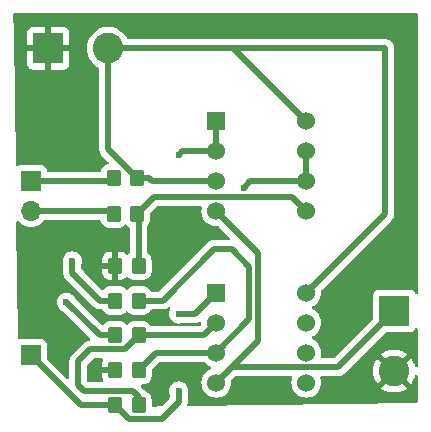
<source format=gbr>
%TF.GenerationSoftware,KiCad,Pcbnew,8.0.5*%
%TF.CreationDate,2024-11-24T21:55:43-06:00*%
%TF.ProjectId,moisture_sensor,6d6f6973-7475-4726-955f-73656e736f72,rev?*%
%TF.SameCoordinates,Original*%
%TF.FileFunction,Copper,L1,Top*%
%TF.FilePolarity,Positive*%
%FSLAX46Y46*%
G04 Gerber Fmt 4.6, Leading zero omitted, Abs format (unit mm)*
G04 Created by KiCad (PCBNEW 8.0.5) date 2024-11-24 21:55:43*
%MOMM*%
%LPD*%
G01*
G04 APERTURE LIST*
G04 Aperture macros list*
%AMRoundRect*
0 Rectangle with rounded corners*
0 $1 Rounding radius*
0 $2 $3 $4 $5 $6 $7 $8 $9 X,Y pos of 4 corners*
0 Add a 4 corners polygon primitive as box body*
4,1,4,$2,$3,$4,$5,$6,$7,$8,$9,$2,$3,0*
0 Add four circle primitives for the rounded corners*
1,1,$1+$1,$2,$3*
1,1,$1+$1,$4,$5*
1,1,$1+$1,$6,$7*
1,1,$1+$1,$8,$9*
0 Add four rect primitives between the rounded corners*
20,1,$1+$1,$2,$3,$4,$5,0*
20,1,$1+$1,$4,$5,$6,$7,0*
20,1,$1+$1,$6,$7,$8,$9,0*
20,1,$1+$1,$8,$9,$2,$3,0*%
G04 Aperture macros list end*
%TA.AperFunction,SMDPad,CuDef*%
%ADD10RoundRect,0.250000X0.350000X0.450000X-0.350000X0.450000X-0.350000X-0.450000X0.350000X-0.450000X0*%
%TD*%
%TA.AperFunction,ComponentPad*%
%ADD11R,1.700000X1.700000*%
%TD*%
%TA.AperFunction,ComponentPad*%
%ADD12O,1.700000X1.700000*%
%TD*%
%TA.AperFunction,SMDPad,CuDef*%
%ADD13RoundRect,0.250000X-0.350000X-0.450000X0.350000X-0.450000X0.350000X0.450000X-0.350000X0.450000X0*%
%TD*%
%TA.AperFunction,ComponentPad*%
%ADD14R,1.524000X1.524000*%
%TD*%
%TA.AperFunction,ComponentPad*%
%ADD15C,1.524000*%
%TD*%
%TA.AperFunction,ComponentPad*%
%ADD16R,2.600000X2.600000*%
%TD*%
%TA.AperFunction,ComponentPad*%
%ADD17C,2.600000*%
%TD*%
%TA.AperFunction,ViaPad*%
%ADD18C,0.600000*%
%TD*%
%TA.AperFunction,Conductor*%
%ADD19C,0.508000*%
%TD*%
G04 APERTURE END LIST*
D10*
%TO.P,R7,1*%
%TO.N,Net-(U2A--)*%
X131108400Y-104208800D03*
%TO.P,R7,2*%
%TO.N,/Moisture_Sensor_Output*%
X129108400Y-104208800D03*
%TD*%
D11*
%TO.P,J1,1,Pin_1*%
%TO.N,/Input_Probe_1*%
X122000000Y-85225000D03*
D12*
%TO.P,J1,2,Pin_2*%
%TO.N,/Input_Probe_2*%
X122000000Y-87765000D03*
%TD*%
D13*
%TO.P,R6,1*%
%TO.N,GND*%
X129108400Y-101258800D03*
%TO.P,R6,2*%
%TO.N,Net-(U2A-+)*%
X131108400Y-101258800D03*
%TD*%
%TO.P,R1,1*%
%TO.N,/Input_Probe_1*%
X129000000Y-85000000D03*
%TO.P,R1,2*%
%TO.N,+3V3*%
X131000000Y-85000000D03*
%TD*%
%TO.P,R5,1*%
%TO.N,Net-(U1B--)*%
X129108400Y-98308800D03*
%TO.P,R5,2*%
%TO.N,Net-(U2A--)*%
X131108400Y-98308800D03*
%TD*%
%TO.P,R4,1*%
%TO.N,Net-(U1A--)*%
X129108400Y-95358800D03*
%TO.P,R4,2*%
%TO.N,Net-(U2A-+)*%
X131108400Y-95358800D03*
%TD*%
D14*
%TO.P,U2,1*%
%TO.N,/Moisture_Sensor_Output*%
X137690000Y-94690000D03*
D15*
%TO.P,U2,2,-*%
%TO.N,Net-(U2A--)*%
X137690000Y-97230000D03*
%TO.P,U2,3,+*%
%TO.N,Net-(U2A-+)*%
X137690000Y-99770000D03*
%TO.P,U2,4,V-*%
%TO.N,-3V3*%
X137690000Y-102310000D03*
%TO.P,U2,5*%
%TO.N,N/C*%
X145310000Y-102310000D03*
%TO.P,U2,6*%
X145310000Y-99770000D03*
%TO.P,U2,7*%
X145310000Y-97230000D03*
%TO.P,U2,8,V+*%
%TO.N,+3V3*%
X145310000Y-94690000D03*
%TD*%
D13*
%TO.P,R3,1*%
%TO.N,GND*%
X129108400Y-92408800D03*
%TO.P,R3,2*%
%TO.N,Net-(U1B-+)*%
X131108400Y-92408800D03*
%TD*%
D14*
%TO.P,U1,1*%
%TO.N,Net-(U1A--)*%
X137690000Y-80190000D03*
D15*
%TO.P,U1,2,-*%
X137690000Y-82730000D03*
%TO.P,U1,3,+*%
%TO.N,+3V3*%
X137690000Y-85270000D03*
%TO.P,U1,4,V-*%
%TO.N,-3V3*%
X137690000Y-87810000D03*
%TO.P,U1,5,+*%
%TO.N,Net-(U1B-+)*%
X145310000Y-87810000D03*
%TO.P,U1,6,-*%
%TO.N,Net-(U1B--)*%
X145310000Y-85270000D03*
%TO.P,U1,7*%
X145310000Y-82730000D03*
%TO.P,U1,8,V+*%
%TO.N,+3V3*%
X145310000Y-80190000D03*
%TD*%
D13*
%TO.P,R2,1*%
%TO.N,/Input_Probe_2*%
X129000000Y-88000000D03*
%TO.P,R2,2*%
%TO.N,Net-(U1B-+)*%
X131000000Y-88000000D03*
%TD*%
D11*
%TO.P,J4,1,Pin_1*%
%TO.N,/Moisture_Sensor_Output*%
X122000000Y-100000000D03*
%TD*%
D16*
%TO.P,J3,1,Pin_1*%
%TO.N,-3V3*%
X152750000Y-96250000D03*
D17*
%TO.P,J3,2,Pin_2*%
%TO.N,GND*%
X152750000Y-101330000D03*
%TD*%
D16*
%TO.P,J2,1,Pin_1*%
%TO.N,GND*%
X123455000Y-74000000D03*
D17*
%TO.P,J2,2,Pin_2*%
%TO.N,+3V3*%
X128535000Y-74000000D03*
%TD*%
D18*
%TO.N,GND*%
X127000000Y-101500000D03*
X125000000Y-89500000D03*
X124750000Y-82750000D03*
%TO.N,Net-(U1A--)*%
X125500000Y-92000000D03*
X134500000Y-83000000D03*
%TO.N,Net-(U1B--)*%
X125000000Y-95500000D03*
X140000000Y-85840000D03*
%TO.N,/Moisture_Sensor_Output*%
X134500000Y-96500000D03*
X134500000Y-103000000D03*
%TD*%
D19*
%TO.N,+3V3*%
X128535000Y-82535000D02*
X131000000Y-85000000D01*
X131000000Y-85000000D02*
X132000000Y-85000000D01*
X152000000Y-88000000D02*
X152000000Y-74000000D01*
X152000000Y-74000000D02*
X139120000Y-74000000D01*
X128535000Y-74000000D02*
X139120000Y-74000000D01*
X139120000Y-74000000D02*
X145310000Y-80190000D01*
X132270000Y-85270000D02*
X137690000Y-85270000D01*
X128535000Y-74000000D02*
X128535000Y-82535000D01*
X145310000Y-94690000D02*
X152000000Y-88000000D01*
X132000000Y-85000000D02*
X132270000Y-85270000D01*
%TO.N,/Input_Probe_1*%
X128775000Y-85225000D02*
X129000000Y-85000000D01*
X122000000Y-85225000D02*
X128775000Y-85225000D01*
%TO.N,Net-(U1B-+)*%
X131108400Y-88108400D02*
X131000000Y-88000000D01*
X132406000Y-86594000D02*
X144094000Y-86594000D01*
X144094000Y-86594000D02*
X145310000Y-87810000D01*
X131000000Y-88000000D02*
X132406000Y-86594000D01*
X131108400Y-92408800D02*
X131108400Y-88108400D01*
%TO.N,/Input_Probe_2*%
X128765000Y-87765000D02*
X129000000Y-88000000D01*
X122000000Y-87765000D02*
X128765000Y-87765000D01*
%TO.N,GND*%
X129108400Y-101258800D02*
X127241200Y-101258800D01*
X127241200Y-101258800D02*
X127000000Y-101500000D01*
%TO.N,Net-(U2A-+)*%
X133141200Y-95358800D02*
X131108400Y-95358800D01*
X140500000Y-92500000D02*
X139000000Y-91000000D01*
X137690000Y-99770000D02*
X140500000Y-96960000D01*
X137500000Y-91000000D02*
X133141200Y-95358800D01*
X132597200Y-99770000D02*
X131108400Y-101258800D01*
X140500000Y-96960000D02*
X140500000Y-92500000D01*
X139000000Y-91000000D02*
X137500000Y-91000000D01*
X137690000Y-99770000D02*
X132597200Y-99770000D01*
%TO.N,Net-(U1A--)*%
X134770000Y-82730000D02*
X134500000Y-83000000D01*
X137690000Y-82730000D02*
X134770000Y-82730000D01*
X127858800Y-95358800D02*
X129108400Y-95358800D01*
X125500000Y-93000000D02*
X127858800Y-95358800D01*
X137690000Y-80190000D02*
X137690000Y-82730000D01*
X125500000Y-92000000D02*
X125500000Y-93000000D01*
%TO.N,Net-(U2A--)*%
X131108400Y-103508800D02*
X130599600Y-103000000D01*
X126000000Y-102500000D02*
X126000000Y-100500000D01*
X126000000Y-100500000D02*
X127000000Y-99500000D01*
X136611200Y-98308800D02*
X137690000Y-97230000D01*
X131108400Y-98308800D02*
X136611200Y-98308800D01*
X129954400Y-99462800D02*
X131108400Y-98308800D01*
X126500000Y-103000000D02*
X126000000Y-102500000D01*
X127000000Y-99500000D02*
X128962800Y-99500000D01*
X130599600Y-103000000D02*
X126500000Y-103000000D01*
X129000000Y-99462800D02*
X129954400Y-99462800D01*
X128962800Y-99500000D02*
X129000000Y-99462800D01*
X131108400Y-104208800D02*
X131108400Y-103508800D01*
%TO.N,Net-(U1B--)*%
X127808800Y-98308800D02*
X129108400Y-98308800D01*
X140570000Y-85270000D02*
X140000000Y-85840000D01*
X145310000Y-82730000D02*
X145310000Y-85270000D01*
X125000000Y-95500000D02*
X127808800Y-98308800D01*
X145310000Y-85270000D02*
X140570000Y-85270000D01*
%TO.N,/Moisture_Sensor_Output*%
X134500000Y-96500000D02*
X135880000Y-96500000D01*
X134500000Y-103940800D02*
X134500000Y-103000000D01*
X126208800Y-104208800D02*
X122000000Y-100000000D01*
X130262400Y-105362800D02*
X133078000Y-105362800D01*
X133078000Y-105362800D02*
X134500000Y-103940800D01*
X135880000Y-96500000D02*
X137690000Y-94690000D01*
X129108400Y-104208800D02*
X130262400Y-105362800D01*
X129108400Y-104208800D02*
X126208800Y-104208800D01*
%TO.N,-3V3*%
X141208000Y-98792000D02*
X141208000Y-91328000D01*
X152750000Y-96250000D02*
X148014000Y-100986000D01*
X139014000Y-100986000D02*
X141208000Y-98792000D01*
X141208000Y-91328000D02*
X137690000Y-87810000D01*
X139014000Y-100986000D02*
X137690000Y-102310000D01*
X148014000Y-100986000D02*
X139014000Y-100986000D01*
%TD*%
%TA.AperFunction,Conductor*%
%TO.N,GND*%
G36*
X154685426Y-97683874D02*
G01*
X154734832Y-97733279D01*
X154750000Y-97792707D01*
X154750000Y-100902914D01*
X154730315Y-100969953D01*
X154677511Y-101015708D01*
X154608353Y-101025652D01*
X154544797Y-100996627D01*
X154507023Y-100937849D01*
X154505109Y-100930507D01*
X154474856Y-100797964D01*
X154474851Y-100797947D01*
X154376290Y-100546818D01*
X154376291Y-100546818D01*
X154241397Y-100313177D01*
X154187704Y-100245847D01*
X153351041Y-101082510D01*
X153326022Y-101022110D01*
X153254888Y-100915649D01*
X153164351Y-100825112D01*
X153057890Y-100753978D01*
X152997488Y-100728958D01*
X153835150Y-99891296D01*
X153652517Y-99766779D01*
X153652516Y-99766778D01*
X153409460Y-99649730D01*
X153409462Y-99649730D01*
X153151662Y-99570209D01*
X153151656Y-99570207D01*
X152884898Y-99530000D01*
X152615101Y-99530000D01*
X152348343Y-99570207D01*
X152348337Y-99570209D01*
X152090538Y-99649730D01*
X151847485Y-99766778D01*
X151847476Y-99766783D01*
X151664848Y-99891296D01*
X152502511Y-100728958D01*
X152442110Y-100753978D01*
X152335649Y-100825112D01*
X152245112Y-100915649D01*
X152173978Y-101022110D01*
X152148958Y-101082511D01*
X151312295Y-100245848D01*
X151258600Y-100313180D01*
X151123709Y-100546818D01*
X151025148Y-100797947D01*
X151025142Y-100797966D01*
X150965113Y-101060971D01*
X150965113Y-101060973D01*
X150944953Y-101329995D01*
X150944953Y-101330004D01*
X150965113Y-101599026D01*
X150965113Y-101599028D01*
X151025142Y-101862033D01*
X151025148Y-101862052D01*
X151123709Y-102113181D01*
X151123708Y-102113181D01*
X151258602Y-102346822D01*
X151312294Y-102414151D01*
X151312295Y-102414151D01*
X152148958Y-101577488D01*
X152173978Y-101637890D01*
X152245112Y-101744351D01*
X152335649Y-101834888D01*
X152442110Y-101906022D01*
X152502510Y-101931041D01*
X151664848Y-102768702D01*
X151847483Y-102893220D01*
X151847485Y-102893221D01*
X152090539Y-103010269D01*
X152090537Y-103010269D01*
X152348337Y-103089790D01*
X152348343Y-103089792D01*
X152615101Y-103129999D01*
X152615110Y-103130000D01*
X152884890Y-103130000D01*
X152884898Y-103129999D01*
X153151656Y-103089792D01*
X153151662Y-103089790D01*
X153409461Y-103010269D01*
X153652521Y-102893218D01*
X153835150Y-102768702D01*
X152997488Y-101931041D01*
X153057890Y-101906022D01*
X153164351Y-101834888D01*
X153254888Y-101744351D01*
X153326022Y-101637890D01*
X153351041Y-101577488D01*
X154187703Y-102414151D01*
X154187704Y-102414150D01*
X154241393Y-102346828D01*
X154241400Y-102346817D01*
X154376290Y-102113181D01*
X154474851Y-101862052D01*
X154474857Y-101862033D01*
X154505109Y-101729493D01*
X154539218Y-101668514D01*
X154600879Y-101635656D01*
X154670516Y-101641351D01*
X154726020Y-101683791D01*
X154749768Y-101749501D01*
X154750000Y-101757085D01*
X154750000Y-103877823D01*
X154730315Y-103944862D01*
X154677511Y-103990617D01*
X154627837Y-104001809D01*
X135353275Y-104287358D01*
X135285951Y-104268669D01*
X135239419Y-104216549D01*
X135228452Y-104147545D01*
X135229819Y-104139192D01*
X135230755Y-104134488D01*
X135254501Y-104015112D01*
X135254501Y-103866488D01*
X135254501Y-103861378D01*
X135254500Y-103861352D01*
X135254500Y-103288537D01*
X135261459Y-103247582D01*
X135285368Y-103179255D01*
X135298285Y-103064613D01*
X135305565Y-103000003D01*
X135305565Y-102999996D01*
X135285369Y-102820750D01*
X135285368Y-102820745D01*
X135258321Y-102743450D01*
X135225789Y-102650478D01*
X135200139Y-102609657D01*
X135156349Y-102539965D01*
X135129816Y-102497738D01*
X135002262Y-102370184D01*
X134965074Y-102346817D01*
X134849523Y-102274211D01*
X134679254Y-102214631D01*
X134679249Y-102214630D01*
X134500004Y-102194435D01*
X134499996Y-102194435D01*
X134320750Y-102214630D01*
X134320745Y-102214631D01*
X134150476Y-102274211D01*
X133997737Y-102370184D01*
X133870184Y-102497737D01*
X133774211Y-102650476D01*
X133714631Y-102820745D01*
X133714630Y-102820750D01*
X133694435Y-102999996D01*
X133694435Y-103000003D01*
X133714630Y-103179246D01*
X133714632Y-103179256D01*
X133738541Y-103247582D01*
X133745500Y-103288537D01*
X133745500Y-103576912D01*
X133725815Y-103643951D01*
X133709181Y-103664593D01*
X133087888Y-104285885D01*
X133026565Y-104319370D01*
X133002044Y-104322190D01*
X132334736Y-104332077D01*
X132267412Y-104313388D01*
X132220880Y-104261268D01*
X132208899Y-104208091D01*
X132208899Y-103708798D01*
X132208898Y-103708781D01*
X132198399Y-103606003D01*
X132198398Y-103606000D01*
X132188759Y-103576912D01*
X132143214Y-103439466D01*
X132051112Y-103290144D01*
X131927056Y-103166088D01*
X131777734Y-103073986D01*
X131777732Y-103073985D01*
X131777730Y-103073984D01*
X131777731Y-103073984D01*
X131749451Y-103064613D01*
X131700151Y-103030756D01*
X131698767Y-103032141D01*
X131585047Y-102918421D01*
X131585024Y-102918400D01*
X131337605Y-102670980D01*
X131304120Y-102609657D01*
X131309104Y-102539965D01*
X131350976Y-102484032D01*
X131416440Y-102459615D01*
X131425286Y-102459299D01*
X131508402Y-102459299D01*
X131508408Y-102459299D01*
X131611197Y-102448799D01*
X131777734Y-102393614D01*
X131927056Y-102301512D01*
X132051112Y-102177456D01*
X132143214Y-102028134D01*
X132198399Y-101861597D01*
X132208900Y-101758809D01*
X132208899Y-101276685D01*
X132228583Y-101209647D01*
X132245213Y-101189010D01*
X132873405Y-100560819D01*
X132934728Y-100527334D01*
X132961086Y-100524500D01*
X136612527Y-100524500D01*
X136679566Y-100544185D01*
X136714102Y-100577377D01*
X136719172Y-100584618D01*
X136719173Y-100584619D01*
X136719174Y-100584620D01*
X136875380Y-100740826D01*
X136875383Y-100740828D01*
X136875384Y-100740829D01*
X137056333Y-100867531D01*
X137056335Y-100867532D01*
X137056338Y-100867534D01*
X137175748Y-100923215D01*
X137185189Y-100927618D01*
X137237628Y-100973790D01*
X137256780Y-101040984D01*
X137236564Y-101107865D01*
X137185189Y-101152382D01*
X137056340Y-101212465D01*
X137056338Y-101212466D01*
X136875377Y-101339175D01*
X136719175Y-101495377D01*
X136665483Y-101572059D01*
X136592466Y-101676339D01*
X136554814Y-101757085D01*
X136499107Y-101876548D01*
X136499104Y-101876554D01*
X136441930Y-102089929D01*
X136441929Y-102089937D01*
X136422677Y-102309997D01*
X136422677Y-102310002D01*
X136441929Y-102530062D01*
X136441930Y-102530070D01*
X136499104Y-102743445D01*
X136499105Y-102743447D01*
X136499106Y-102743450D01*
X136582710Y-102922741D01*
X136592466Y-102943662D01*
X136592468Y-102943666D01*
X136719170Y-103124615D01*
X136719175Y-103124621D01*
X136875378Y-103280824D01*
X136875384Y-103280829D01*
X137056333Y-103407531D01*
X137056335Y-103407532D01*
X137056338Y-103407534D01*
X137256550Y-103500894D01*
X137469932Y-103558070D01*
X137627123Y-103571822D01*
X137689998Y-103577323D01*
X137690000Y-103577323D01*
X137690002Y-103577323D01*
X137745017Y-103572509D01*
X137910068Y-103558070D01*
X138123450Y-103500894D01*
X138323662Y-103407534D01*
X138504620Y-103280826D01*
X138660826Y-103124620D01*
X138787534Y-102943662D01*
X138880894Y-102743450D01*
X138938070Y-102530068D01*
X138957323Y-102310000D01*
X138946248Y-102183415D01*
X138960014Y-102114917D01*
X138982092Y-102084931D01*
X139290205Y-101776819D01*
X139351528Y-101743334D01*
X139377886Y-101740500D01*
X143993960Y-101740500D01*
X144060999Y-101760185D01*
X144106754Y-101812989D01*
X144116698Y-101882147D01*
X144113735Y-101896593D01*
X144061931Y-102089927D01*
X144061929Y-102089937D01*
X144042677Y-102309997D01*
X144042677Y-102310002D01*
X144061929Y-102530062D01*
X144061930Y-102530070D01*
X144119104Y-102743445D01*
X144119105Y-102743447D01*
X144119106Y-102743450D01*
X144202710Y-102922741D01*
X144212466Y-102943662D01*
X144212468Y-102943666D01*
X144339170Y-103124615D01*
X144339175Y-103124621D01*
X144495378Y-103280824D01*
X144495384Y-103280829D01*
X144676333Y-103407531D01*
X144676335Y-103407532D01*
X144676338Y-103407534D01*
X144876550Y-103500894D01*
X145089932Y-103558070D01*
X145247123Y-103571822D01*
X145309998Y-103577323D01*
X145310000Y-103577323D01*
X145310002Y-103577323D01*
X145365017Y-103572509D01*
X145530068Y-103558070D01*
X145743450Y-103500894D01*
X145943662Y-103407534D01*
X146124620Y-103280826D01*
X146280826Y-103124620D01*
X146407534Y-102943662D01*
X146500894Y-102743450D01*
X146558070Y-102530068D01*
X146577323Y-102310000D01*
X146576580Y-102301512D01*
X146561209Y-102125815D01*
X146558070Y-102089932D01*
X146525075Y-101966794D01*
X146506265Y-101896593D01*
X146507928Y-101826744D01*
X146547090Y-101768881D01*
X146611319Y-101741377D01*
X146626040Y-101740500D01*
X147933554Y-101740500D01*
X147933574Y-101740501D01*
X147939688Y-101740501D01*
X148088314Y-101740501D01*
X148209894Y-101716315D01*
X148209894Y-101716316D01*
X148209900Y-101716313D01*
X148234080Y-101711505D01*
X148318978Y-101676339D01*
X148371389Y-101654630D01*
X148494966Y-101572059D01*
X151980205Y-98086817D01*
X152041528Y-98053333D01*
X152067886Y-98050499D01*
X154097871Y-98050499D01*
X154097872Y-98050499D01*
X154157483Y-98044091D01*
X154292331Y-97993796D01*
X154407546Y-97907546D01*
X154493796Y-97792331D01*
X154509818Y-97749375D01*
X154551689Y-97693441D01*
X154617153Y-97669023D01*
X154685426Y-97683874D01*
G37*
%TD.AperFunction*%
%TA.AperFunction,Conductor*%
G36*
X128063966Y-100274185D02*
G01*
X128109721Y-100326989D01*
X128119665Y-100396147D01*
X128102465Y-100443598D01*
X128074044Y-100489673D01*
X128074041Y-100489680D01*
X128018894Y-100656102D01*
X128018893Y-100656109D01*
X128008400Y-100758813D01*
X128008400Y-101008800D01*
X129234400Y-101008800D01*
X129301439Y-101028485D01*
X129347194Y-101081289D01*
X129358400Y-101132800D01*
X129358400Y-101384800D01*
X129338715Y-101451839D01*
X129285911Y-101497594D01*
X129234400Y-101508800D01*
X128008401Y-101508800D01*
X128008401Y-101758786D01*
X128018894Y-101861497D01*
X128074041Y-102027919D01*
X128074046Y-102027930D01*
X128091609Y-102056403D01*
X128110050Y-102123795D01*
X128089128Y-102190459D01*
X128035486Y-102235228D01*
X127986071Y-102245500D01*
X126878500Y-102245500D01*
X126811461Y-102225815D01*
X126765706Y-102173011D01*
X126754500Y-102121500D01*
X126754500Y-100863886D01*
X126774185Y-100796847D01*
X126790819Y-100776205D01*
X127276205Y-100290819D01*
X127337528Y-100257334D01*
X127363886Y-100254500D01*
X127996927Y-100254500D01*
X128063966Y-100274185D01*
G37*
%TD.AperFunction*%
%TA.AperFunction,Conductor*%
G36*
X136412061Y-87368185D02*
G01*
X136457816Y-87420989D01*
X136467760Y-87490147D01*
X136464798Y-87504585D01*
X136458098Y-87529592D01*
X136441930Y-87589930D01*
X136441929Y-87589937D01*
X136422677Y-87809997D01*
X136422677Y-87810002D01*
X136441929Y-88030062D01*
X136441930Y-88030070D01*
X136499104Y-88243445D01*
X136499105Y-88243447D01*
X136499106Y-88243450D01*
X136570269Y-88396060D01*
X136592466Y-88443662D01*
X136592468Y-88443666D01*
X136719170Y-88624615D01*
X136719175Y-88624621D01*
X136875378Y-88780824D01*
X136875384Y-88780829D01*
X137056333Y-88907531D01*
X137056335Y-88907532D01*
X137056338Y-88907534D01*
X137256550Y-89000894D01*
X137469932Y-89058070D01*
X137627123Y-89071822D01*
X137689998Y-89077323D01*
X137690000Y-89077323D01*
X137690001Y-89077323D01*
X137705976Y-89075925D01*
X137816583Y-89066248D01*
X137885081Y-89080014D01*
X137915070Y-89102095D01*
X138846795Y-90033819D01*
X138880280Y-90095142D01*
X138875296Y-90164833D01*
X138833424Y-90220767D01*
X138767960Y-90245184D01*
X138759114Y-90245500D01*
X137580446Y-90245500D01*
X137580426Y-90245499D01*
X137574312Y-90245499D01*
X137425688Y-90245499D01*
X137425686Y-90245499D01*
X137304105Y-90269684D01*
X137289540Y-90272581D01*
X137279918Y-90274495D01*
X137279917Y-90274495D01*
X137223045Y-90298053D01*
X137142614Y-90331368D01*
X137019031Y-90413942D01*
X137019030Y-90413943D01*
X132864994Y-94567981D01*
X132803671Y-94601466D01*
X132777313Y-94604300D01*
X132221571Y-94604300D01*
X132154532Y-94584615D01*
X132116032Y-94545397D01*
X132051112Y-94440144D01*
X131927056Y-94316088D01*
X131777734Y-94223986D01*
X131611197Y-94168801D01*
X131611195Y-94168800D01*
X131508410Y-94158300D01*
X130708398Y-94158300D01*
X130708380Y-94158301D01*
X130605603Y-94168800D01*
X130605600Y-94168801D01*
X130439068Y-94223985D01*
X130439063Y-94223987D01*
X130289742Y-94316089D01*
X130196081Y-94409751D01*
X130134758Y-94443236D01*
X130065066Y-94438252D01*
X130020719Y-94409751D01*
X129927057Y-94316089D01*
X129927056Y-94316088D01*
X129777734Y-94223986D01*
X129611197Y-94168801D01*
X129611195Y-94168800D01*
X129508410Y-94158300D01*
X128708398Y-94158300D01*
X128708380Y-94158301D01*
X128605603Y-94168800D01*
X128605600Y-94168801D01*
X128439068Y-94223985D01*
X128439063Y-94223987D01*
X128289745Y-94316087D01*
X128174109Y-94431723D01*
X128112786Y-94465207D01*
X128043094Y-94460223D01*
X127998747Y-94431722D01*
X126475811Y-92908786D01*
X128008401Y-92908786D01*
X128018894Y-93011497D01*
X128074041Y-93177919D01*
X128074043Y-93177924D01*
X128166084Y-93327145D01*
X128290054Y-93451115D01*
X128439275Y-93543156D01*
X128439280Y-93543158D01*
X128605702Y-93598305D01*
X128605709Y-93598306D01*
X128708419Y-93608799D01*
X128858399Y-93608799D01*
X128858400Y-93608798D01*
X128858400Y-92658800D01*
X128008401Y-92658800D01*
X128008401Y-92908786D01*
X126475811Y-92908786D01*
X126290819Y-92723794D01*
X126257334Y-92662471D01*
X126254500Y-92636113D01*
X126254500Y-92288537D01*
X126261459Y-92247582D01*
X126285368Y-92179255D01*
X126305565Y-92000000D01*
X126295291Y-91908813D01*
X128008400Y-91908813D01*
X128008400Y-92158800D01*
X128858400Y-92158800D01*
X128858400Y-91208800D01*
X128708427Y-91208800D01*
X128708412Y-91208801D01*
X128605702Y-91219294D01*
X128439280Y-91274441D01*
X128439275Y-91274443D01*
X128290054Y-91366484D01*
X128166084Y-91490454D01*
X128074043Y-91639675D01*
X128074041Y-91639680D01*
X128018894Y-91806102D01*
X128018893Y-91806109D01*
X128008400Y-91908813D01*
X126295291Y-91908813D01*
X126295289Y-91908798D01*
X126285369Y-91820750D01*
X126285368Y-91820745D01*
X126280210Y-91806003D01*
X126225789Y-91650478D01*
X126129816Y-91497738D01*
X126002262Y-91370184D01*
X125849523Y-91274211D01*
X125679254Y-91214631D01*
X125679249Y-91214630D01*
X125500004Y-91194435D01*
X125499996Y-91194435D01*
X125320750Y-91214630D01*
X125320745Y-91214631D01*
X125150476Y-91274211D01*
X124997737Y-91370184D01*
X124870184Y-91497737D01*
X124774211Y-91650476D01*
X124714631Y-91820745D01*
X124714630Y-91820750D01*
X124694435Y-91999996D01*
X124694435Y-92000003D01*
X124714630Y-92179246D01*
X124714632Y-92179256D01*
X124738541Y-92247582D01*
X124745500Y-92288537D01*
X124745500Y-92920552D01*
X124745499Y-92920578D01*
X124745499Y-92925688D01*
X124745499Y-93074312D01*
X124745499Y-93074314D01*
X124745498Y-93074314D01*
X124774493Y-93220073D01*
X124774496Y-93220083D01*
X124831366Y-93357381D01*
X124831372Y-93357392D01*
X124913942Y-93480968D01*
X127377831Y-95944857D01*
X127377834Y-95944859D01*
X127501411Y-96027430D01*
X127581843Y-96060745D01*
X127581844Y-96060746D01*
X127585164Y-96062121D01*
X127638720Y-96084305D01*
X127638729Y-96084306D01*
X127638730Y-96084307D01*
X127662903Y-96089115D01*
X127662910Y-96089116D01*
X127784486Y-96113301D01*
X127784488Y-96113301D01*
X127939226Y-96113301D01*
X127939246Y-96113300D01*
X127995229Y-96113300D01*
X128062268Y-96132985D01*
X128100767Y-96172202D01*
X128165688Y-96277456D01*
X128289744Y-96401512D01*
X128439066Y-96493614D01*
X128605603Y-96548799D01*
X128708391Y-96559300D01*
X129508408Y-96559299D01*
X129508416Y-96559298D01*
X129508419Y-96559298D01*
X129564702Y-96553548D01*
X129611197Y-96548799D01*
X129777734Y-96493614D01*
X129927056Y-96401512D01*
X130020719Y-96307849D01*
X130082042Y-96274364D01*
X130151734Y-96279348D01*
X130196081Y-96307849D01*
X130289744Y-96401512D01*
X130439066Y-96493614D01*
X130605603Y-96548799D01*
X130708391Y-96559300D01*
X131508408Y-96559299D01*
X131508416Y-96559298D01*
X131508419Y-96559298D01*
X131564702Y-96553548D01*
X131611197Y-96548799D01*
X131777734Y-96493614D01*
X131927056Y-96401512D01*
X132051112Y-96277456D01*
X132116032Y-96172202D01*
X132167980Y-96125479D01*
X132221571Y-96113300D01*
X133060754Y-96113300D01*
X133060774Y-96113301D01*
X133066888Y-96113301D01*
X133215514Y-96113301D01*
X133337094Y-96089115D01*
X133337094Y-96089116D01*
X133337100Y-96089113D01*
X133361280Y-96084305D01*
X133414836Y-96062121D01*
X133418144Y-96060751D01*
X133418147Y-96060749D01*
X133418155Y-96060746D01*
X133498589Y-96027430D01*
X133622166Y-95944859D01*
X133622168Y-95944856D01*
X133624100Y-95943566D01*
X133690778Y-95922688D01*
X133758158Y-95941173D01*
X133804848Y-95993151D01*
X133816024Y-96062121D01*
X133797986Y-96112638D01*
X133774211Y-96150475D01*
X133714631Y-96320745D01*
X133714630Y-96320750D01*
X133694435Y-96499996D01*
X133694435Y-96500003D01*
X133714630Y-96679249D01*
X133714631Y-96679254D01*
X133774211Y-96849523D01*
X133826106Y-96932112D01*
X133870184Y-97002262D01*
X133997738Y-97129816D01*
X134068034Y-97173986D01*
X134150022Y-97225503D01*
X134150478Y-97225789D01*
X134265646Y-97266088D01*
X134320745Y-97285368D01*
X134320750Y-97285369D01*
X134499996Y-97305565D01*
X134500000Y-97305565D01*
X134500004Y-97305565D01*
X134679249Y-97285369D01*
X134679251Y-97285368D01*
X134679255Y-97285368D01*
X134679258Y-97285366D01*
X134679262Y-97285366D01*
X134747585Y-97261459D01*
X134788540Y-97254500D01*
X135799554Y-97254500D01*
X135799574Y-97254501D01*
X135805688Y-97254501D01*
X135954313Y-97254501D01*
X136015897Y-97242250D01*
X136077482Y-97230000D01*
X136100080Y-97225505D01*
X136156955Y-97201946D01*
X136237389Y-97168630D01*
X136237396Y-97168624D01*
X136242763Y-97165757D01*
X136243998Y-97168069D01*
X136299756Y-97150547D01*
X136367155Y-97168962D01*
X136413899Y-97220892D01*
X136425626Y-97263718D01*
X136433750Y-97356581D01*
X136419983Y-97425081D01*
X136397905Y-97455068D01*
X136334995Y-97517980D01*
X136273672Y-97551466D01*
X136247312Y-97554300D01*
X132221571Y-97554300D01*
X132154532Y-97534615D01*
X132116032Y-97495397D01*
X132088069Y-97450062D01*
X132051112Y-97390144D01*
X131927056Y-97266088D01*
X131777734Y-97173986D01*
X131611197Y-97118801D01*
X131611195Y-97118800D01*
X131508410Y-97108300D01*
X130708398Y-97108300D01*
X130708380Y-97108301D01*
X130605603Y-97118800D01*
X130605600Y-97118801D01*
X130439068Y-97173985D01*
X130439063Y-97173987D01*
X130289742Y-97266089D01*
X130196081Y-97359751D01*
X130134758Y-97393236D01*
X130065066Y-97388252D01*
X130020719Y-97359751D01*
X129927057Y-97266089D01*
X129927056Y-97266088D01*
X129777734Y-97173986D01*
X129611197Y-97118801D01*
X129611195Y-97118800D01*
X129508410Y-97108300D01*
X128708398Y-97108300D01*
X128708380Y-97108301D01*
X128605603Y-97118800D01*
X128605600Y-97118801D01*
X128439068Y-97173985D01*
X128439063Y-97173987D01*
X128289742Y-97266089D01*
X128165688Y-97390143D01*
X128161207Y-97395811D01*
X128159057Y-97394111D01*
X128116478Y-97432382D01*
X128047512Y-97443579D01*
X127983440Y-97415712D01*
X127975247Y-97408222D01*
X125748385Y-95181360D01*
X125730298Y-95155868D01*
X125729494Y-95156374D01*
X125629815Y-94997737D01*
X125502262Y-94870184D01*
X125349523Y-94774211D01*
X125179254Y-94714631D01*
X125179249Y-94714630D01*
X125000004Y-94694435D01*
X124999996Y-94694435D01*
X124820750Y-94714630D01*
X124820745Y-94714631D01*
X124650476Y-94774211D01*
X124497737Y-94870184D01*
X124370184Y-94997737D01*
X124274211Y-95150476D01*
X124214631Y-95320745D01*
X124214630Y-95320750D01*
X124194435Y-95499996D01*
X124194435Y-95500003D01*
X124214630Y-95679249D01*
X124214631Y-95679254D01*
X124274211Y-95849523D01*
X124358521Y-95983700D01*
X124370184Y-96002262D01*
X124497738Y-96129816D01*
X124574540Y-96178074D01*
X124656374Y-96229494D01*
X124655868Y-96230298D01*
X124681360Y-96248385D01*
X126972494Y-98539519D01*
X127005979Y-98600842D01*
X127000995Y-98670534D01*
X126959123Y-98726467D01*
X126909005Y-98748817D01*
X126804105Y-98769684D01*
X126779920Y-98774495D01*
X126732421Y-98794170D01*
X126732420Y-98794170D01*
X126642613Y-98831368D01*
X126642611Y-98831370D01*
X126519033Y-98913941D01*
X126477598Y-98955377D01*
X126413941Y-99019034D01*
X126413939Y-99019036D01*
X125413943Y-100019030D01*
X125413942Y-100019031D01*
X125331372Y-100142607D01*
X125331368Y-100142614D01*
X125320592Y-100168632D01*
X125285025Y-100254498D01*
X125285025Y-100254499D01*
X125274495Y-100279919D01*
X125274493Y-100279925D01*
X125245499Y-100425685D01*
X125245499Y-100580425D01*
X125245500Y-100580446D01*
X125245500Y-101879113D01*
X125225815Y-101946152D01*
X125173011Y-101991907D01*
X125103853Y-102001851D01*
X125040297Y-101972826D01*
X125033819Y-101966794D01*
X123386818Y-100319793D01*
X123353333Y-100258470D01*
X123350499Y-100232112D01*
X123350499Y-99102129D01*
X123350498Y-99102123D01*
X123350417Y-99101371D01*
X123344091Y-99042517D01*
X123335333Y-99019036D01*
X123293797Y-98907671D01*
X123293793Y-98907664D01*
X123207547Y-98792455D01*
X123207544Y-98792452D01*
X123092335Y-98706206D01*
X123092328Y-98706202D01*
X122957482Y-98655908D01*
X122957483Y-98655908D01*
X122897883Y-98649501D01*
X122897881Y-98649500D01*
X122897873Y-98649500D01*
X122897864Y-98649500D01*
X121102129Y-98649500D01*
X121102120Y-98649501D01*
X121048191Y-98655298D01*
X120979431Y-98642890D01*
X120928295Y-98595279D01*
X120910953Y-98533859D01*
X120910375Y-98495151D01*
X120764789Y-88740878D01*
X120783470Y-88673557D01*
X120835585Y-88627019D01*
X120904587Y-88616044D01*
X120968569Y-88644118D01*
X120976455Y-88651351D01*
X121128599Y-88803495D01*
X121160420Y-88825776D01*
X121322165Y-88939032D01*
X121322167Y-88939033D01*
X121322170Y-88939035D01*
X121536337Y-89038903D01*
X121536343Y-89038904D01*
X121536344Y-89038905D01*
X121591285Y-89053626D01*
X121764592Y-89100063D01*
X121952918Y-89116539D01*
X121999999Y-89120659D01*
X122000000Y-89120659D01*
X122000001Y-89120659D01*
X122039234Y-89117226D01*
X122235408Y-89100063D01*
X122463663Y-89038903D01*
X122677830Y-88939035D01*
X122871401Y-88803495D01*
X123038495Y-88636401D01*
X123083326Y-88572376D01*
X123137904Y-88528751D01*
X123184901Y-88519500D01*
X127792858Y-88519500D01*
X127859897Y-88539185D01*
X127905652Y-88591989D01*
X127910564Y-88604496D01*
X127965185Y-88769331D01*
X127965187Y-88769336D01*
X127986258Y-88803498D01*
X128057288Y-88918656D01*
X128181344Y-89042712D01*
X128330666Y-89134814D01*
X128497203Y-89189999D01*
X128599991Y-89200500D01*
X129400008Y-89200499D01*
X129400016Y-89200498D01*
X129400019Y-89200498D01*
X129456302Y-89194748D01*
X129502797Y-89189999D01*
X129669334Y-89134814D01*
X129818656Y-89042712D01*
X129912319Y-88949049D01*
X129973642Y-88915564D01*
X130043334Y-88920548D01*
X130087681Y-88949049D01*
X130181344Y-89042712D01*
X130294997Y-89112813D01*
X130341721Y-89164761D01*
X130353900Y-89218352D01*
X130353900Y-91257309D01*
X130334215Y-91324348D01*
X130295000Y-91362846D01*
X130289746Y-91366086D01*
X130195727Y-91460105D01*
X130134403Y-91493589D01*
X130064712Y-91488605D01*
X130020365Y-91460104D01*
X129926745Y-91366484D01*
X129777524Y-91274443D01*
X129777519Y-91274441D01*
X129611097Y-91219294D01*
X129611090Y-91219293D01*
X129508386Y-91208800D01*
X129358400Y-91208800D01*
X129358400Y-93608799D01*
X129508372Y-93608799D01*
X129508386Y-93608798D01*
X129611097Y-93598305D01*
X129777519Y-93543158D01*
X129777524Y-93543156D01*
X129926742Y-93451117D01*
X130020364Y-93357495D01*
X130081687Y-93324010D01*
X130151379Y-93328994D01*
X130195727Y-93357495D01*
X130289744Y-93451512D01*
X130439066Y-93543614D01*
X130605603Y-93598799D01*
X130708391Y-93609300D01*
X131508408Y-93609299D01*
X131508416Y-93609298D01*
X131508419Y-93609298D01*
X131564702Y-93603548D01*
X131611197Y-93598799D01*
X131777734Y-93543614D01*
X131927056Y-93451512D01*
X132051112Y-93327456D01*
X132143214Y-93178134D01*
X132198399Y-93011597D01*
X132208900Y-92908809D01*
X132208899Y-91908792D01*
X132198399Y-91806003D01*
X132143214Y-91639466D01*
X132051112Y-91490144D01*
X131927056Y-91366088D01*
X131921800Y-91362846D01*
X131875077Y-91310897D01*
X131862900Y-91257309D01*
X131862900Y-89049830D01*
X131882585Y-88982791D01*
X131899219Y-88962149D01*
X131912319Y-88949049D01*
X131942712Y-88918656D01*
X132034814Y-88769334D01*
X132089999Y-88602797D01*
X132100500Y-88500009D01*
X132100499Y-88017885D01*
X132120183Y-87950847D01*
X132136813Y-87930210D01*
X132682205Y-87384819D01*
X132743528Y-87351334D01*
X132769886Y-87348500D01*
X136345022Y-87348500D01*
X136412061Y-87368185D01*
G37*
%TD.AperFunction*%
%TA.AperFunction,Conductor*%
G36*
X154693039Y-71019685D02*
G01*
X154738794Y-71072489D01*
X154750000Y-71124000D01*
X154750000Y-94707292D01*
X154730315Y-94774331D01*
X154677511Y-94820086D01*
X154608353Y-94830030D01*
X154544797Y-94801005D01*
X154509818Y-94750625D01*
X154493797Y-94707671D01*
X154493793Y-94707664D01*
X154407547Y-94592455D01*
X154407544Y-94592452D01*
X154292335Y-94506206D01*
X154292328Y-94506202D01*
X154157482Y-94455908D01*
X154157483Y-94455908D01*
X154097883Y-94449501D01*
X154097881Y-94449500D01*
X154097873Y-94449500D01*
X154097864Y-94449500D01*
X151402129Y-94449500D01*
X151402123Y-94449501D01*
X151342516Y-94455908D01*
X151207671Y-94506202D01*
X151207664Y-94506206D01*
X151092455Y-94592452D01*
X151092452Y-94592455D01*
X151006206Y-94707664D01*
X151006202Y-94707671D01*
X150955908Y-94842517D01*
X150949501Y-94902116D01*
X150949500Y-94902135D01*
X150949500Y-96932112D01*
X150929815Y-96999151D01*
X150913181Y-97019793D01*
X147737794Y-100195181D01*
X147676471Y-100228666D01*
X147650113Y-100231500D01*
X146654978Y-100231500D01*
X146587939Y-100211815D01*
X146542184Y-100159011D01*
X146532240Y-100089853D01*
X146535201Y-100075414D01*
X146558070Y-99990068D01*
X146577323Y-99770000D01*
X146573034Y-99720980D01*
X146566801Y-99649730D01*
X146558070Y-99549932D01*
X146500894Y-99336550D01*
X146407534Y-99136339D01*
X146320532Y-99012086D01*
X146280827Y-98955381D01*
X146233110Y-98907664D01*
X146124620Y-98799174D01*
X146124616Y-98799171D01*
X146124615Y-98799170D01*
X145943666Y-98672468D01*
X145943658Y-98672464D01*
X145814811Y-98612382D01*
X145762371Y-98566210D01*
X145743219Y-98499017D01*
X145763435Y-98432135D01*
X145814811Y-98387618D01*
X145865374Y-98364040D01*
X145943662Y-98327534D01*
X146124620Y-98200826D01*
X146280826Y-98044620D01*
X146407534Y-97863662D01*
X146500894Y-97663450D01*
X146558070Y-97450068D01*
X146577323Y-97230000D01*
X146574868Y-97201944D01*
X146568558Y-97129815D01*
X146558070Y-97009932D01*
X146500894Y-96796550D01*
X146407534Y-96596339D01*
X146280826Y-96415380D01*
X146124620Y-96259174D01*
X146124616Y-96259171D01*
X146124615Y-96259170D01*
X145943666Y-96132468D01*
X145943658Y-96132464D01*
X145814811Y-96072382D01*
X145762371Y-96026210D01*
X145743219Y-95959017D01*
X145763435Y-95892135D01*
X145814811Y-95847618D01*
X145820802Y-95844824D01*
X145943662Y-95787534D01*
X146124620Y-95660826D01*
X146280826Y-95504620D01*
X146407534Y-95323662D01*
X146500894Y-95123450D01*
X146558070Y-94910068D01*
X146577323Y-94690000D01*
X146566248Y-94563415D01*
X146580014Y-94494917D01*
X146602092Y-94464931D01*
X152480963Y-88586060D01*
X152480966Y-88586059D01*
X152586059Y-88480966D01*
X152620067Y-88430068D01*
X152642791Y-88396060D01*
X152650180Y-88385000D01*
X152668630Y-88357389D01*
X152701946Y-88276955D01*
X152725505Y-88220080D01*
X152744937Y-88122390D01*
X152754501Y-88074312D01*
X152754501Y-87925688D01*
X152754501Y-87920578D01*
X152754500Y-87920552D01*
X152754500Y-73925687D01*
X152754499Y-73925683D01*
X152725506Y-73779927D01*
X152725505Y-73779920D01*
X152668629Y-73642610D01*
X152630569Y-73585649D01*
X152586060Y-73519035D01*
X152586054Y-73519028D01*
X152480971Y-73413945D01*
X152480964Y-73413939D01*
X152357391Y-73331371D01*
X152220080Y-73274495D01*
X152220072Y-73274493D01*
X152074316Y-73245500D01*
X152074312Y-73245500D01*
X139200446Y-73245500D01*
X139200426Y-73245499D01*
X139194312Y-73245499D01*
X139045688Y-73245499D01*
X139039574Y-73245499D01*
X139039554Y-73245500D01*
X130250019Y-73245500D01*
X130182980Y-73225815D01*
X130142632Y-73183500D01*
X130116080Y-73137512D01*
X130026815Y-72982898D01*
X129858561Y-72771915D01*
X129858560Y-72771914D01*
X129858557Y-72771910D01*
X129660741Y-72588365D01*
X129437775Y-72436349D01*
X129437769Y-72436346D01*
X129437768Y-72436345D01*
X129437767Y-72436344D01*
X129194643Y-72319263D01*
X129194645Y-72319263D01*
X128936773Y-72239720D01*
X128936767Y-72239718D01*
X128669936Y-72199500D01*
X128669929Y-72199500D01*
X128400071Y-72199500D01*
X128400063Y-72199500D01*
X128133232Y-72239718D01*
X128133226Y-72239720D01*
X127875358Y-72319262D01*
X127632230Y-72436346D01*
X127409258Y-72588365D01*
X127211442Y-72771910D01*
X127043185Y-72982898D01*
X126908258Y-73216599D01*
X126908256Y-73216603D01*
X126809666Y-73467804D01*
X126809664Y-73467811D01*
X126749616Y-73730898D01*
X126729451Y-73999995D01*
X126729451Y-74000004D01*
X126749616Y-74269101D01*
X126809664Y-74532188D01*
X126809666Y-74532195D01*
X126855901Y-74650000D01*
X126908257Y-74783398D01*
X127043185Y-75017102D01*
X127179080Y-75187509D01*
X127211442Y-75228089D01*
X127398183Y-75401358D01*
X127409259Y-75411635D01*
X127632226Y-75563651D01*
X127632231Y-75563653D01*
X127632232Y-75563654D01*
X127632233Y-75563655D01*
X127710301Y-75601250D01*
X127762161Y-75648072D01*
X127780500Y-75712970D01*
X127780500Y-82455552D01*
X127780499Y-82455578D01*
X127780499Y-82460688D01*
X127780499Y-82609312D01*
X127780499Y-82609314D01*
X127780498Y-82609314D01*
X127809493Y-82755073D01*
X127809496Y-82755083D01*
X127866366Y-82892381D01*
X127866372Y-82892392D01*
X127948942Y-83015968D01*
X127948943Y-83015969D01*
X128539652Y-83606677D01*
X128573137Y-83668000D01*
X128568153Y-83737691D01*
X128526282Y-83793625D01*
X128490976Y-83812064D01*
X128330666Y-83865186D01*
X128330663Y-83865187D01*
X128181342Y-83957289D01*
X128057289Y-84081342D01*
X127965187Y-84230663D01*
X127965185Y-84230668D01*
X127956434Y-84257077D01*
X127926803Y-84346500D01*
X127913878Y-84385504D01*
X127874105Y-84442949D01*
X127809589Y-84469772D01*
X127796172Y-84470500D01*
X123474499Y-84470500D01*
X123407460Y-84450815D01*
X123361705Y-84398011D01*
X123350499Y-84346500D01*
X123350499Y-84327129D01*
X123350498Y-84327123D01*
X123347493Y-84299170D01*
X123344091Y-84267517D01*
X123341125Y-84259566D01*
X123293797Y-84132671D01*
X123293793Y-84132664D01*
X123207547Y-84017455D01*
X123207544Y-84017452D01*
X123092335Y-83931206D01*
X123092328Y-83931202D01*
X122957482Y-83880908D01*
X122957483Y-83880908D01*
X122897883Y-83874501D01*
X122897881Y-83874500D01*
X122897873Y-83874500D01*
X122897864Y-83874500D01*
X121102129Y-83874500D01*
X121102123Y-83874501D01*
X121042516Y-83880908D01*
X120907671Y-83931202D01*
X120907665Y-83931205D01*
X120890040Y-83944400D01*
X120824576Y-83968816D01*
X120756303Y-83953964D01*
X120706898Y-83904558D01*
X120691746Y-83846987D01*
X120524659Y-72652155D01*
X121655000Y-72652155D01*
X121655000Y-73750000D01*
X122854999Y-73750000D01*
X122829979Y-73810402D01*
X122805000Y-73935981D01*
X122805000Y-74064019D01*
X122829979Y-74189598D01*
X122854999Y-74250000D01*
X121655000Y-74250000D01*
X121655000Y-75347844D01*
X121661401Y-75407372D01*
X121661403Y-75407379D01*
X121711645Y-75542086D01*
X121711649Y-75542093D01*
X121797809Y-75657187D01*
X121797812Y-75657190D01*
X121912906Y-75743350D01*
X121912913Y-75743354D01*
X122047620Y-75793596D01*
X122047627Y-75793598D01*
X122107155Y-75799999D01*
X122107172Y-75800000D01*
X123205000Y-75800000D01*
X123205000Y-74600001D01*
X123265402Y-74625021D01*
X123390981Y-74650000D01*
X123519019Y-74650000D01*
X123644598Y-74625021D01*
X123705000Y-74600001D01*
X123705000Y-75800000D01*
X124802828Y-75800000D01*
X124802844Y-75799999D01*
X124862372Y-75793598D01*
X124862379Y-75793596D01*
X124997086Y-75743354D01*
X124997093Y-75743350D01*
X125112187Y-75657190D01*
X125112190Y-75657187D01*
X125198350Y-75542093D01*
X125198354Y-75542086D01*
X125248596Y-75407379D01*
X125248598Y-75407372D01*
X125254999Y-75347844D01*
X125255000Y-75347827D01*
X125255000Y-74250000D01*
X124055001Y-74250000D01*
X124080021Y-74189598D01*
X124105000Y-74064019D01*
X124105000Y-73935981D01*
X124080021Y-73810402D01*
X124055001Y-73750000D01*
X125255000Y-73750000D01*
X125255000Y-72652172D01*
X125254999Y-72652155D01*
X125248598Y-72592627D01*
X125248596Y-72592620D01*
X125198354Y-72457913D01*
X125198350Y-72457906D01*
X125112190Y-72342812D01*
X125112187Y-72342809D01*
X124997093Y-72256649D01*
X124997086Y-72256645D01*
X124862379Y-72206403D01*
X124862372Y-72206401D01*
X124802844Y-72200000D01*
X123705000Y-72200000D01*
X123705000Y-73399998D01*
X123644598Y-73374979D01*
X123519019Y-73350000D01*
X123390981Y-73350000D01*
X123265402Y-73374979D01*
X123205000Y-73399998D01*
X123205000Y-72200000D01*
X122107155Y-72200000D01*
X122047627Y-72206401D01*
X122047620Y-72206403D01*
X121912913Y-72256645D01*
X121912906Y-72256649D01*
X121797812Y-72342809D01*
X121797809Y-72342812D01*
X121711649Y-72457906D01*
X121711645Y-72457913D01*
X121661403Y-72592620D01*
X121661401Y-72592627D01*
X121655000Y-72652155D01*
X120524659Y-72652155D01*
X120501878Y-71125849D01*
X120520560Y-71058525D01*
X120572675Y-71011987D01*
X120625864Y-71000000D01*
X154626000Y-71000000D01*
X154693039Y-71019685D01*
G37*
%TD.AperFunction*%
%TD*%
M02*

</source>
